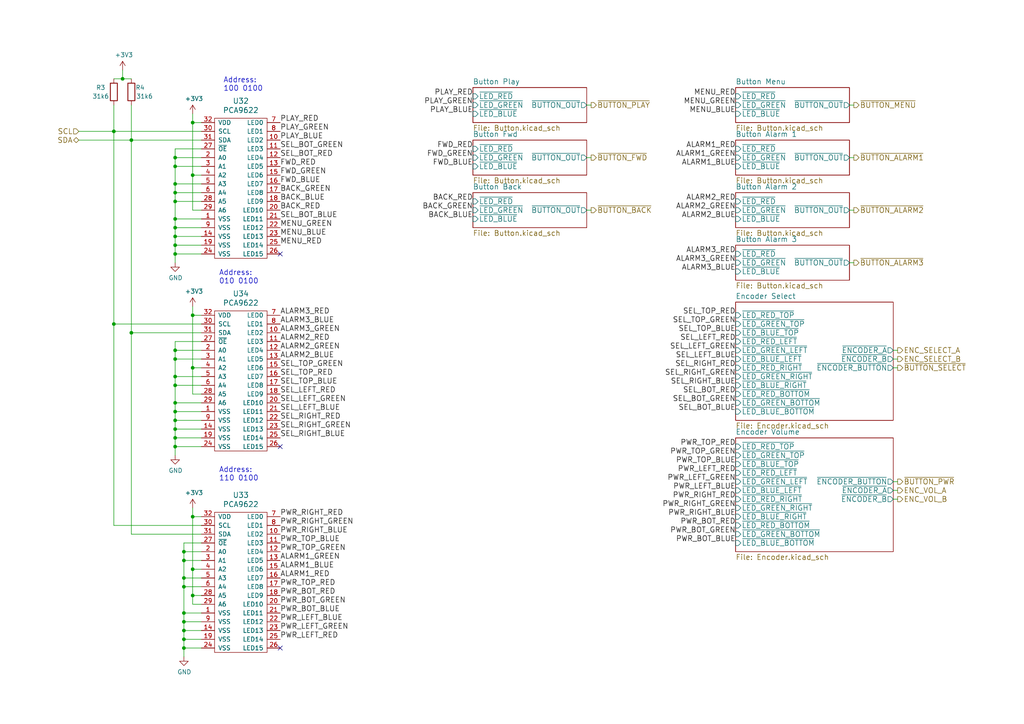
<source format=kicad_sch>
(kicad_sch (version 20211123) (generator eeschema)
  (paper "A4")
  (title_block (title "Tastenfeld") (date "2016-09-24"))
  (lib_symbols
    (symbol "Device:R" (pin_numbers hide) (pin_names (offset 0))
      (property "Reference" "R" (at 2.032 0 90))
      (property "Value" "R" (at 0 0 90))
      (symbol "R_0_1"
        (rectangle (start -1.016 -2.54) (end 1.016 2.54) (stroke (width 0.254)))
      )
      (symbol "R_1_1"
        (pin passive line (at 0 3.81 270) (length 1.27) (name "~") (number "1"))
        (pin passive line (at 0 -3.81 90) (length 1.27) (name "~") (number "2"))
      )
    )
    (symbol "Mainboard-rescue:+3V3-power" (power) (pin_names (offset 0))
      (property "Value" "+3V3-power" (at 0 3.556 0))
      (symbol "+3V3-power_0_1"
        (polyline (pts (xy -0.762 1.27) (xy 0 2.54)))
        (polyline (pts (xy 0 0) (xy 0 2.54)))
        (polyline (pts (xy 0 2.54) (xy 0.762 1.27)))
      )
      (symbol "+3V3-power_1_1"
        (pin power_in line (at 0 0 90) (length 0) hide (name "+3V3") (number "1"))
      )
    )
    (symbol "Mainboard-rescue:GND-power" (power) (pin_names (offset 0))
      (property "Value" "GND-power" (at 0 -3.81 0))
      (symbol "GND-power_0_1"
        (polyline (pts (xy 0 0) (xy 0 -1.27) (xy 1.27 -1.27) (xy 0 -2.54) (xy -1.27 -1.27) (xy 0 -1.27)))
      )
      (symbol "GND-power_1_1"
        (pin power_in line (at 0 0 270) (length 0) hide (name "GND") (number "1"))
      )
    )
    (symbol "Mainboard:PCA9622" (pin_names (offset 1.016))
      (property "Reference" "U" (at -7.62 19.05 0))
      (property "Value" "PCA9622" (at -7.62 -24.13 0))
      (symbol "PCA9622_0_1"
        (rectangle (start -7.62 17.78) (end 7.62 -22.86))
      )
      (symbol "PCA9622_1_1"
        (pin power_in line (at -11.43 -11.43 0) (length 3.81) (name "VSS") (number "1"))
        (pin open_collector line (at 11.43 11.43 180) (length 3.81) (name "LED2") (number "10"))
        (pin open_collector line (at 11.43 8.89 180) (length 3.81) (name "LED3") (number "11"))
        (pin open_collector line (at 11.43 6.35 180) (length 3.81) (name "LED4") (number "12"))
        (pin open_collector line (at 11.43 3.81 180) (length 3.81) (name "LED5") (number "13"))
        (pin power_in line (at -11.43 -16.51 0) (length 3.81) (name "VSS") (number "14"))
        (pin open_collector line (at 11.43 1.27 180) (length 3.81) (name "LED6") (number "15"))
        (pin open_collector line (at 11.43 -1.27 180) (length 3.81) (name "LED7") (number "16"))
        (pin open_collector line (at 11.43 -3.81 180) (length 3.81) (name "LED8") (number "17"))
        (pin open_collector line (at 11.43 -6.35 180) (length 3.81) (name "LED9") (number "18"))
        (pin power_in line (at -11.43 -19.05 0) (length 3.81) (name "VSS") (number "19"))
        (pin input line (at -11.43 6.35 0) (length 3.81) (name "A0") (number "2"))
        (pin open_collector line (at 11.43 -8.89 180) (length 3.81) (name "LED10") (number "20"))
        (pin open_collector line (at 11.43 -11.43 180) (length 3.81) (name "LED11") (number "21"))
        (pin open_collector line (at 11.43 -13.97 180) (length 3.81) (name "LED12") (number "22"))
        (pin open_collector line (at 11.43 -16.51 180) (length 3.81) (name "LED13") (number "23"))
        (pin power_in line (at -11.43 -21.59 0) (length 3.81) (name "VSS") (number "24"))
        (pin open_collector line (at 11.43 -19.05 180) (length 3.81) (name "LED14") (number "25"))
        (pin open_collector line (at 11.43 -21.59 180) (length 3.81) (name "LED15") (number "26"))
        (pin power_in line (at -11.43 8.89 0) (length 3.81) (name "~{OE}") (number "27"))
        (pin power_in line (at -11.43 -6.35 0) (length 3.81) (name "A5") (number "28"))
        (pin power_in line (at -11.43 -8.89 0) (length 3.81) (name "A6") (number "29"))
        (pin input line (at -11.43 3.81 0) (length 3.81) (name "A1") (number "3"))
        (pin input line (at -11.43 13.97 0) (length 3.81) (name "SCL") (number "30"))
        (pin bidirectional line (at -11.43 11.43 0) (length 3.81) (name "SDA") (number "31"))
        (pin power_in line (at -11.43 16.51 0) (length 3.81) (name "VDD") (number "32"))
        (pin input line (at -11.43 1.27 0) (length 3.81) (name "A2") (number "4"))
        (pin input line (at -11.43 -1.27 0) (length 3.81) (name "A3") (number "5"))
        (pin input line (at -11.43 -3.81 0) (length 3.81) (name "A4") (number "6"))
        (pin open_collector line (at 11.43 16.51 180) (length 3.81) (name "LED0") (number "7"))
        (pin open_collector line (at 11.43 13.97 180) (length 3.81) (name "LED1") (number "8"))
        (pin power_in line (at -11.43 -13.97 0) (length 3.81) (name "VSS") (number "9"))
      )
    )
  )
  (junction (at 50.8 53.34))
  (junction (at 53.34 162.56))
  (junction (at 50.8 109.22))
  (junction (at 50.8 116.84))
  (junction (at 53.34 170.18))
  (junction (at 55.88 35.56))
  (junction (at 53.34 187.96))
  (junction (at 50.8 101.6))
  (junction (at 55.88 165.1))
  (junction (at 53.34 185.42))
  (junction (at 50.8 48.26))
  (junction (at 55.88 172.72))
  (junction (at 50.8 111.76))
  (junction (at 53.34 167.64))
  (junction (at 50.8 104.14))
  (junction (at 53.34 160.02))
  (junction (at 50.8 58.42))
  (junction (at 33.02 38.1))
  (junction (at 55.88 106.68))
  (junction (at 50.8 55.88))
  (junction (at 35.56 22.86))
  (junction (at 53.34 180.34))
  (junction (at 50.8 124.46))
  (junction (at 53.34 182.88))
  (junction (at 50.8 73.66))
  (junction (at 50.8 119.38))
  (junction (at 55.88 149.86))
  (junction (at 55.88 50.8))
  (junction (at 38.1 40.64))
  (junction (at 50.8 68.58))
  (junction (at 50.8 45.72))
  (junction (at 50.8 71.12))
  (junction (at 50.8 121.92))
  (junction (at 55.88 91.44))
  (junction (at 50.8 129.54))
  (junction (at 50.8 127))
  (junction (at 33.02 93.98))
  (junction (at 53.34 177.8))
  (junction (at 38.1 96.52))
  (junction (at 50.8 63.5))
  (junction (at 50.8 66.04))
  (no_connect (at 81.28 129.54))
  (no_connect (at 81.28 73.66))
  (no_connect (at 81.28 187.96))
  (wire (pts (xy 58.42 43.18) (xy 50.8 43.18)))
  (wire (pts (xy 58.42 167.64) (xy 53.34 167.64)))
  (wire (pts (xy 58.42 127) (xy 50.8 127)))
  (wire (pts (xy 58.42 109.22) (xy 50.8 109.22)))
  (wire (pts (xy 58.42 66.04) (xy 50.8 66.04)))
  (wire (pts (xy 55.88 172.72) (xy 55.88 175.26)))
  (wire (pts (xy 50.8 129.54) (xy 50.8 132.08)))
  (wire (pts (xy 33.02 38.1) (xy 33.02 93.98)))
  (wire (pts (xy 58.42 68.58) (xy 50.8 68.58)))
  (wire (pts (xy 55.88 165.1) (xy 55.88 172.72)))
  (wire (pts (xy 38.1 40.64) (xy 58.42 40.64)))
  (wire (pts (xy 259.08 106.68) (xy 260.35 106.68)))
  (wire (pts (xy 33.02 152.4) (xy 58.42 152.4)))
  (wire (pts (xy 55.88 35.56) (xy 55.88 50.8)))
  (wire (pts (xy 53.34 187.96) (xy 53.34 190.5)))
  (wire (pts (xy 53.34 185.42) (xy 53.34 187.96)))
  (wire (pts (xy 259.08 104.14) (xy 260.35 104.14)))
  (wire (pts (xy 58.42 177.8) (xy 53.34 177.8)))
  (wire (pts (xy 50.8 124.46) (xy 50.8 127)))
  (wire (pts (xy 58.42 45.72) (xy 50.8 45.72)))
  (wire (pts (xy 33.02 93.98) (xy 33.02 152.4)))
  (wire (pts (xy 55.88 114.3) (xy 58.42 114.3)))
  (wire (pts (xy 53.34 160.02) (xy 53.34 162.56)))
  (wire (pts (xy 50.8 73.66) (xy 50.8 76.2)))
  (wire (pts (xy 58.42 111.76) (xy 50.8 111.76)))
  (wire (pts (xy 50.8 63.5) (xy 50.8 66.04)))
  (wire (pts (xy 55.88 149.86) (xy 58.42 149.86)))
  (wire (pts (xy 50.8 111.76) (xy 50.8 116.84)))
  (wire (pts (xy 259.08 101.6) (xy 260.35 101.6)))
  (wire (pts (xy 22.86 40.64) (xy 38.1 40.64)))
  (wire (pts (xy 58.42 182.88) (xy 53.34 182.88)))
  (wire (pts (xy 55.88 33.02) (xy 55.88 35.56)))
  (wire (pts (xy 170.18 30.48) (xy 171.45 30.48)))
  (wire (pts (xy 33.02 30.48) (xy 33.02 38.1)))
  (wire (pts (xy 58.42 170.18) (xy 53.34 170.18)))
  (wire (pts (xy 55.88 88.9) (xy 55.88 91.44)))
  (wire (pts (xy 58.42 157.48) (xy 53.34 157.48)))
  (wire (pts (xy 50.8 43.18) (xy 50.8 45.72)))
  (wire (pts (xy 50.8 53.34) (xy 50.8 55.88)))
  (wire (pts (xy 55.88 149.86) (xy 55.88 165.1)))
  (wire (pts (xy 53.34 177.8) (xy 53.34 180.34)))
  (wire (pts (xy 50.8 101.6) (xy 50.8 104.14)))
  (wire (pts (xy 50.8 48.26) (xy 50.8 53.34)))
  (wire (pts (xy 50.8 55.88) (xy 50.8 58.42)))
  (wire (pts (xy 259.08 142.24) (xy 260.35 142.24)))
  (wire (pts (xy 53.34 157.48) (xy 53.34 160.02)))
  (wire (pts (xy 53.34 170.18) (xy 53.34 177.8)))
  (wire (pts (xy 58.42 71.12) (xy 50.8 71.12)))
  (wire (pts (xy 53.34 167.64) (xy 53.34 170.18)))
  (wire (pts (xy 53.34 162.56) (xy 53.34 167.64)))
  (wire (pts (xy 246.38 30.48) (xy 247.65 30.48)))
  (wire (pts (xy 259.08 144.78) (xy 260.35 144.78)))
  (wire (pts (xy 38.1 40.64) (xy 38.1 96.52)))
  (wire (pts (xy 58.42 119.38) (xy 50.8 119.38)))
  (wire (pts (xy 58.42 124.46) (xy 50.8 124.46)))
  (wire (pts (xy 53.34 180.34) (xy 53.34 182.88)))
  (wire (pts (xy 58.42 101.6) (xy 50.8 101.6)))
  (wire (pts (xy 58.42 48.26) (xy 50.8 48.26)))
  (wire (pts (xy 55.88 106.68) (xy 58.42 106.68)))
  (wire (pts (xy 55.88 91.44) (xy 55.88 106.68)))
  (wire (pts (xy 50.8 104.14) (xy 50.8 109.22)))
  (wire (pts (xy 33.02 22.86) (xy 35.56 22.86)))
  (wire (pts (xy 53.34 187.96) (xy 58.42 187.96)))
  (wire (pts (xy 50.8 129.54) (xy 58.42 129.54)))
  (wire (pts (xy 58.42 38.1) (xy 33.02 38.1)))
  (wire (pts (xy 58.42 121.92) (xy 50.8 121.92)))
  (wire (pts (xy 58.42 53.34) (xy 50.8 53.34)))
  (wire (pts (xy 50.8 99.06) (xy 50.8 101.6)))
  (wire (pts (xy 38.1 30.48) (xy 38.1 40.64)))
  (wire (pts (xy 50.8 45.72) (xy 50.8 48.26)))
  (wire (pts (xy 58.42 104.14) (xy 50.8 104.14)))
  (wire (pts (xy 58.42 180.34) (xy 53.34 180.34)))
  (wire (pts (xy 50.8 58.42) (xy 50.8 63.5)))
  (wire (pts (xy 259.08 139.7) (xy 260.35 139.7)))
  (wire (pts (xy 58.42 58.42) (xy 50.8 58.42)))
  (wire (pts (xy 58.42 116.84) (xy 50.8 116.84)))
  (wire (pts (xy 38.1 154.94) (xy 58.42 154.94)))
  (wire (pts (xy 55.88 147.32) (xy 55.88 149.86)))
  (wire (pts (xy 50.8 73.66) (xy 58.42 73.66)))
  (wire (pts (xy 58.42 160.02) (xy 53.34 160.02)))
  (wire (pts (xy 53.34 182.88) (xy 53.34 185.42)))
  (wire (pts (xy 55.88 50.8) (xy 58.42 50.8)))
  (wire (pts (xy 55.88 91.44) (xy 58.42 91.44)))
  (wire (pts (xy 58.42 162.56) (xy 53.34 162.56)))
  (wire (pts (xy 55.88 50.8) (xy 55.88 60.96)))
  (wire (pts (xy 55.88 175.26) (xy 58.42 175.26)))
  (wire (pts (xy 58.42 185.42) (xy 53.34 185.42)))
  (wire (pts (xy 55.88 35.56) (xy 58.42 35.56)))
  (wire (pts (xy 35.56 22.86) (xy 38.1 22.86)))
  (wire (pts (xy 55.88 60.96) (xy 58.42 60.96)))
  (wire (pts (xy 50.8 127) (xy 50.8 129.54)))
  (wire (pts (xy 50.8 109.22) (xy 50.8 111.76)))
  (wire (pts (xy 38.1 96.52) (xy 58.42 96.52)))
  (wire (pts (xy 171.45 60.96) (xy 170.18 60.96)))
  (wire (pts (xy 55.88 106.68) (xy 55.88 114.3)))
  (wire (pts (xy 170.18 45.72) (xy 171.45 45.72)))
  (wire (pts (xy 50.8 119.38) (xy 50.8 121.92)))
  (wire (pts (xy 50.8 71.12) (xy 50.8 73.66)))
  (wire (pts (xy 58.42 63.5) (xy 50.8 63.5)))
  (wire (pts (xy 246.38 45.72) (xy 247.65 45.72)))
  (wire (pts (xy 50.8 66.04) (xy 50.8 68.58)))
  (wire (pts (xy 50.8 116.84) (xy 50.8 119.38)))
  (wire (pts (xy 246.38 60.96) (xy 247.65 60.96)))
  (wire (pts (xy 38.1 96.52) (xy 38.1 154.94)))
  (wire (pts (xy 55.88 172.72) (xy 58.42 172.72)))
  (wire (pts (xy 246.38 76.2) (xy 247.65 76.2)))
  (wire (pts (xy 33.02 93.98) (xy 58.42 93.98)))
  (wire (pts (xy 58.42 55.88) (xy 50.8 55.88)))
  (wire (pts (xy 58.42 99.06) (xy 50.8 99.06)))
  (wire (pts (xy 50.8 68.58) (xy 50.8 71.12)))
  (wire (pts (xy 33.02 38.1) (xy 22.86 38.1)))
  (wire (pts (xy 55.88 165.1) (xy 58.42 165.1)))
  (wire (pts (xy 50.8 121.92) (xy 50.8 124.46)))
  (wire (pts (xy 35.56 20.32) (xy 35.56 22.86)))
  (text "Address:\n110 0100" (at 63.5 139.7 0) (effects (font (size 1.524 1.524)) (justify left bottom)))
  (text "Address:\n010 0100" (at 63.5 82.55 0) (effects (font (size 1.524 1.524)) (justify left bottom)))
  (text "Address:\n100 0100" (at 64.77 26.67 0) (effects (font (size 1.524 1.524)) (justify left bottom)))
  (label "ALARM2_BLUE" (at 213.36 63.5 180) (effects (font (size 1.524 1.524))))
  (label "PWR_TOP_RED" (at 81.28 170.18 0) (effects (font (size 1.524 1.524))))
  (label "PWR_LEFT_GREEN" (at 213.36 139.7 180) (effects (font (size 1.524 1.524))))
  (label "PWR_TOP_GREEN" (at 81.28 160.02 0) (effects (font (size 1.524 1.524))))
  (label "MENU_RED" (at 81.28 71.12 0) (effects (font (size 1.524 1.524))))
  (label "FWD_GREEN" (at 81.28 50.8 0) (effects (font (size 1.524 1.524))))
  (label "PWR_BOT_BLUE" (at 213.36 157.48 180) (effects (font (size 1.524 1.524))))
  (label "SEL_LEFT_GREEN" (at 213.36 101.6 180) (effects (font (size 1.524 1.524))))
  (label "ALARM2_GREEN" (at 81.28 101.6 0) (effects (font (size 1.524 1.524))))
  (label "ALARM1_BLUE" (at 213.36 48.26 180) (effects (font (size 1.524 1.524))))
  (label "ALARM3_GREEN" (at 81.28 96.52 0) (effects (font (size 1.524 1.524))))
  (label "SEL_BOT_BLUE" (at 213.36 119.38 180) (effects (font (size 1.524 1.524))))
  (label "ALARM3_BLUE" (at 213.36 78.74 180) (effects (font (size 1.524 1.524))))
  (label "PWR_BOT_GREEN" (at 213.36 154.94 180) (effects (font (size 1.524 1.524))))
  (label "SEL_BOT_RED" (at 81.28 45.72 0) (effects (font (size 1.524 1.524))))
  (label "ALARM2_RED" (at 81.28 99.06 0) (effects (font (size 1.524 1.524))))
  (label "ALARM1_GREEN" (at 81.28 162.56 0) (effects (font (size 1.524 1.524))))
  (label "PWR_TOP_GREEN" (at 213.36 132.08 180) (effects (font (size 1.524 1.524))))
  (label "PWR_LEFT_BLUE" (at 213.36 142.24 180) (effects (font (size 1.524 1.524))))
  (label "PWR_LEFT_GREEN" (at 81.28 182.88 0) (effects (font (size 1.524 1.524))))
  (label "SEL_BOT_GREEN" (at 213.36 116.84 180) (effects (font (size 1.524 1.524))))
  (label "ALARM2_BLUE" (at 81.28 104.14 0) (effects (font (size 1.524 1.524))))
  (label "SEL_BOT_RED" (at 213.36 114.3 180) (effects (font (size 1.524 1.524))))
  (label "SEL_LEFT_RED" (at 81.28 114.3 0) (effects (font (size 1.524 1.524))))
  (label "SEL_TOP_BLUE" (at 213.36 96.52 180) (effects (font (size 1.524 1.524))))
  (label "MENU_BLUE" (at 81.28 68.58 0) (effects (font (size 1.524 1.524))))
  (label "SEL_RIGHT_BLUE" (at 81.28 127 0) (effects (font (size 1.524 1.524))))
  (label "PWR_TOP_BLUE" (at 213.36 134.62 180) (effects (font (size 1.524 1.524))))
  (label "PLAY_RED" (at 137.16 27.94 180) (effects (font (size 1.524 1.524))))
  (label "BACK_RED" (at 81.28 60.96 0) (effects (font (size 1.524 1.524))))
  (label "ALARM2_RED" (at 213.36 58.42 180) (effects (font (size 1.524 1.524))))
  (label "MENU_RED" (at 213.36 27.94 180) (effects (font (size 1.524 1.524))))
  (label "FWD_RED" (at 81.28 48.26 0) (effects (font (size 1.524 1.524))))
  (label "ALARM1_GREEN" (at 213.36 45.72 180) (effects (font (size 1.524 1.524))))
  (label "MENU_BLUE" (at 213.36 33.02 180) (effects (font (size 1.524 1.524))))
  (label "SEL_TOP_GREEN" (at 81.28 106.68 0) (effects (font (size 1.524 1.524))))
  (label "SEL_LEFT_BLUE" (at 81.28 119.38 0) (effects (font (size 1.524 1.524))))
  (label "SEL_RIGHT_RED" (at 213.36 106.68 180) (effects (font (size 1.524 1.524))))
  (label "SEL_LEFT_BLUE" (at 213.36 104.14 180) (effects (font (size 1.524 1.524))))
  (label "PWR_LEFT_RED" (at 81.28 185.42 0) (effects (font (size 1.524 1.524))))
  (label "BACK_BLUE" (at 137.16 63.5 180) (effects (font (size 1.524 1.524))))
  (label "PWR_LEFT_RED" (at 213.36 137.16 180) (effects (font (size 1.524 1.524))))
  (label "SEL_LEFT_GREEN" (at 81.28 116.84 0) (effects (font (size 1.524 1.524))))
  (label "ALARM3_RED" (at 81.28 91.44 0) (effects (font (size 1.524 1.524))))
  (label "BACK_RED" (at 137.16 58.42 180) (effects (font (size 1.524 1.524))))
  (label "SEL_RIGHT_BLUE" (at 213.36 111.76 180) (effects (font (size 1.524 1.524))))
  (label "FWD_BLUE" (at 137.16 48.26 180) (effects (font (size 1.524 1.524))))
  (label "ALARM1_RED" (at 81.28 167.64 0) (effects (font (size 1.524 1.524))))
  (label "PLAY_GREEN" (at 137.16 30.48 180) (effects (font (size 1.524 1.524))))
  (label "ALARM1_RED" (at 213.36 43.18 180) (effects (font (size 1.524 1.524))))
  (label "SEL_TOP_GREEN" (at 213.36 93.98 180) (effects (font (size 1.524 1.524))))
  (label "SEL_BOT_BLUE" (at 81.28 63.5 0) (effects (font (size 1.524 1.524))))
  (label "MENU_GREEN" (at 213.36 30.48 180) (effects (font (size 1.524 1.524))))
  (label "PLAY_BLUE" (at 137.16 33.02 180) (effects (font (size 1.524 1.524))))
  (label "BACK_GREEN" (at 81.28 55.88 0) (effects (font (size 1.524 1.524))))
  (label "SEL_TOP_RED" (at 213.36 91.44 180) (effects (font (size 1.524 1.524))))
  (label "PWR_RIGHT_RED" (at 213.36 144.78 180) (effects (font (size 1.524 1.524))))
  (label "PWR_LEFT_BLUE" (at 81.28 180.34 0) (effects (font (size 1.524 1.524))))
  (label "PLAY_RED" (at 81.28 35.56 0) (effects (font (size 1.524 1.524))))
  (label "FWD_BLUE" (at 81.28 53.34 0) (effects (font (size 1.524 1.524))))
  (label "PWR_BOT_GREEN" (at 81.28 175.26 0) (effects (font (size 1.524 1.524))))
  (label "BACK_GREEN" (at 137.16 60.96 180) (effects (font (size 1.524 1.524))))
  (label "ALARM3_RED" (at 213.36 73.66 180) (effects (font (size 1.524 1.524))))
  (label "SEL_BOT_GREEN" (at 81.28 43.18 0) (effects (font (size 1.524 1.524))))
  (label "SEL_LEFT_RED" (at 213.36 99.06 180) (effects (font (size 1.524 1.524))))
  (label "PWR_BOT_RED" (at 81.28 172.72 0) (effects (font (size 1.524 1.524))))
  (label "SEL_RIGHT_GREEN" (at 213.36 109.22 180) (effects (font (size 1.524 1.524))))
  (label "PWR_RIGHT_BLUE" (at 213.36 149.86 180) (effects (font (size 1.524 1.524))))
  (label "PWR_RIGHT_RED" (at 81.28 149.86 0) (effects (font (size 1.524 1.524))))
  (label "PWR_TOP_BLUE" (at 81.28 157.48 0) (effects (font (size 1.524 1.524))))
  (label "BACK_BLUE" (at 81.28 58.42 0) (effects (font (size 1.524 1.524))))
  (label "FWD_GREEN" (at 137.16 45.72 180) (effects (font (size 1.524 1.524))))
  (label "PLAY_GREEN" (at 81.28 38.1 0) (effects (font (size 1.524 1.524))))
  (label "PWR_RIGHT_GREEN" (at 81.28 152.4 0) (effects (font (size 1.524 1.524))))
  (label "PWR_RIGHT_BLUE" (at 81.28 154.94 0) (effects (font (size 1.524 1.524))))
  (label "ALARM1_BLUE" (at 81.28 165.1 0) (effects (font (size 1.524 1.524))))
  (label "ALARM3_BLUE" (at 81.28 93.98 0) (effects (font (size 1.524 1.524))))
  (label "PWR_BOT_RED" (at 213.36 152.4 180) (effects (font (size 1.524 1.524))))
  (label "FWD_RED" (at 137.16 43.18 180) (effects (font (size 1.524 1.524))))
  (label "SEL_TOP_RED" (at 81.28 109.22 0) (effects (font (size 1.524 1.524))))
  (label "ALARM2_GREEN" (at 213.36 60.96 180) (effects (font (size 1.524 1.524))))
  (label "PWR_BOT_BLUE" (at 81.28 177.8 0) (effects (font (size 1.524 1.524))))
  (label "SEL_TOP_BLUE" (at 81.28 111.76 0) (effects (font (size 1.524 1.524))))
  (label "SEL_RIGHT_GREEN" (at 81.28 124.46 0) (effects (font (size 1.524 1.524))))
  (label "PWR_RIGHT_GREEN" (at 213.36 147.32 180) (effects (font (size 1.524 1.524))))
  (label "ALARM3_GREEN" (at 213.36 76.2 180) (effects (font (size 1.524 1.524))))
  (label "MENU_GREEN" (at 81.28 66.04 0) (effects (font (size 1.524 1.524))))
  (label "PLAY_BLUE" (at 81.28 40.64 0) (effects (font (size 1.524 1.524))))
  (label "SEL_RIGHT_RED" (at 81.28 121.92 0) (effects (font (size 1.524 1.524))))
  (label "PWR_TOP_RED" (at 213.36 129.54 180) (effects (font (size 1.524 1.524))))
  (hierarchical_label "ENC_SELECT_A" (shape output) (at 260.35 101.6 0) (effects (font (size 1.524 1.524))))
  (hierarchical_label "SDA" (shape bidirectional) (at 22.86 40.64 180) (effects (font (size 1.524 1.524))))
  (hierarchical_label "~{BUTTON_ALARM1}" (shape output) (at 247.65 45.72 0) (effects (font (size 1.524 1.524))))
  (hierarchical_label "ENC_VOL_B" (shape output) (at 260.35 144.78 0) (effects (font (size 1.524 1.524))))
  (hierarchical_label "SCL" (shape input) (at 22.86 38.1 180) (effects (font (size 1.524 1.524))))
  (hierarchical_label "~{BUTTON_PWR}" (shape output) (at 260.35 139.7 0) (effects (font (size 1.524 1.524))))
  (hierarchical_label "~{BUTTON_SELECT}" (shape output) (at 260.35 106.68 0) (effects (font (size 1.524 1.524))))
  (hierarchical_label "~{BUTTON_MENU}" (shape output) (at 247.65 30.48 0) (effects (font (size 1.524 1.524))))
  (hierarchical_label "~{BUTTON_BACK}" (shape output) (at 171.45 60.96 0) (effects (font (size 1.524 1.524))))
  (hierarchical_label "~{BUTTON_PLAY}" (shape output) (at 171.45 30.48 0) (effects (font (size 1.524 1.524))))
  (hierarchical_label "~{BUTTON_FWD}" (shape output) (at 171.45 45.72 0) (effects (font (size 1.524 1.524))))
  (hierarchical_label "~{BUTTON_ALARM3}" (shape output) (at 247.65 76.2 0) (effects (font (size 1.524 1.524))))
  (hierarchical_label "ENC_VOL_A" (shape output) (at 260.35 142.24 0) (effects (font (size 1.524 1.524))))
  (hierarchical_label "ENC_SELECT_B" (shape output) (at 260.35 104.14 0) (effects (font (size 1.524 1.524))))
  (hierarchical_label "~{BUTTON_ALARM2}" (shape output) (at 247.65 60.96 0) (effects (font (size 1.524 1.524))))
  (symbol (lib_id "Device:R") (at 33.02 26.67 0) (unit 1)
    (property "Reference" "R3" (at 29.21 25.4 0))
    (property "Value" "31k6" (at 29.21 27.94 0))
    (property "Footprint" "Resistors_SMD:R_0603_HandSoldering" (effects hide))
    (property "Manufacturer" "Value" (effects hide))
    (property "Type" "Value" (effects hide))
    (property "Source" "Farnell" (effects hide))
    (property "Order Number" "Value" (effects hide))
  )
  (symbol (lib_id "Device:R") (at 38.1 26.67 0) (unit 1)
    (property "Reference" "R4" (at 40.64 25.4 0))
    (property "Value" "31k6" (at 41.91 27.94 0))
    (property "Footprint" "Resistors_SMD:R_0603_HandSoldering" (effects hide))
    (property "Manufacturer" "Value" (effects hide))
    (property "Type" "Value" (effects hide))
    (property "Source" "Farnell" (effects hide))
    (property "Order Number" "Value" (effects hide))
  )
  (symbol (lib_id "Mainboard:PCA9622") (at 69.85 166.37 0) (unit 1)
    (property "Reference" "U33" (at 69.85 143.5862 0) (effects (font (size 1.524 1.524))))
    (property "Value" "PCA9622" (at 69.85 146.2786 0) (effects (font (size 1.524 1.524))))
    (property "Footprint" "Housings_SSOP:TSSOP-32_6.1x11mm_Pitch0.65mm" (effects hide))
    (property "Manufacturer" "NXP" (effects hide))
    (property "Type" "PCA9622DR" (effects hide))
    (property "Source" "Farnell" (effects hide))
    (property "Order Number" "1854075" (effects hide))
  )
  (symbol (lib_id "Mainboard-rescue:GND-power") (at 53.34 190.5 0) (unit 1)
    (property "Reference" "#PWR0286" (effects hide))
    (property "Value" "GND" (at 53.467 194.8942 0))
  )
  (symbol (lib_id "Mainboard-rescue:+3V3-power") (at 55.88 147.32 0) (unit 1)
    (property "Reference" "#PWR0287" (effects hide))
    (property "Value" "+3V3" (at 56.261 142.9258 0))
  )
  (symbol (lib_id "Mainboard:PCA9622") (at 69.85 52.07 0) (unit 1)
    (property "Reference" "U32" (at 69.85 29.2862 0) (effects (font (size 1.524 1.524))))
    (property "Value" "PCA9622" (at 69.85 31.9786 0) (effects (font (size 1.524 1.524))))
    (property "Footprint" "Housings_SSOP:TSSOP-32_6.1x11mm_Pitch0.65mm" (effects hide))
    (property "Manufacturer" "NXP" (effects hide))
    (property "Type" "PCA9622DR" (effects hide))
    (property "Source" "Farnell" (effects hide))
    (property "Order Number" "1854075" (effects hide))
  )
  (symbol (lib_id "Mainboard-rescue:+3V3-power") (at 55.88 33.02 0) (unit 1)
    (property "Reference" "#PWR0288" (effects hide))
    (property "Value" "+3V3" (at 56.261 28.6258 0))
  )
  (symbol (lib_id "Mainboard-rescue:GND-power") (at 50.8 76.2 0) (unit 1)
    (property "Reference" "#PWR0289" (effects hide))
    (property "Value" "GND" (at 50.927 80.5942 0))
  )
  (symbol (lib_id "Mainboard-rescue:+3V3-power") (at 35.56 20.32 0) (unit 1)
    (property "Reference" "#PWR0290" (effects hide))
    (property "Value" "+3V3" (at 35.941 15.9258 0))
  )
  (symbol (lib_id "Mainboard:PCA9622") (at 69.85 107.95 0) (unit 1)
    (property "Reference" "U34" (at 69.85 85.1662 0) (effects (font (size 1.524 1.524))))
    (property "Value" "PCA9622" (at 69.85 87.8586 0) (effects (font (size 1.524 1.524))))
    (property "Footprint" "Housings_SSOP:TSSOP-32_6.1x11mm_Pitch0.65mm" (effects hide))
    (property "Manufacturer" "NXP" (effects hide))
    (property "Type" "PCA9622DR" (effects hide))
    (property "Source" "Farnell" (effects hide))
    (property "Order Number" "1854075" (effects hide))
  )
  (symbol (lib_id "Mainboard-rescue:+3V3-power") (at 55.88 88.9 0) (unit 1)
    (property "Reference" "#PWR0291" (effects hide))
    (property "Value" "+3V3" (at 56.261 84.5058 0))
  )
  (symbol (lib_id "Mainboard-rescue:GND-power") (at 50.8 132.08 0) (unit 1)
    (property "Reference" "#PWR0292" (effects hide))
    (property "Value" "GND" (at 50.927 136.4742 0))
  )
  (sheet (at 137.16 55.88) (size 33.02 10.16)
    (property "Sheet name" "Button Back" (at 137.16 55.0414 0) (effects (font (size 1.524 1.524)) (justify left bottom)))
    (property "Sheet file" "Button.kicad_sch" (at 137.16 66.7262 0) (effects (font (size 1.524 1.524)) (justify left top)))
    (pin "~{BUTTON_OUT}" output (at 170.18 60.96 0) (effects (font (size 1.524 1.524))))
    (pin "~{LED_RED}" input (at 137.16 58.42 180) (effects (font (size 1.524 1.524))))
    (pin "~{LED_GREEN}" input (at 137.16 60.96 180) (effects (font (size 1.524 1.524))))
    (pin "~{LED_BLUE}" input (at 137.16 63.5 180) (effects (font (size 1.524 1.524))))
  )
  (sheet (at 137.16 40.64) (size 33.02 10.16)
    (property "Sheet name" "Button Fwd" (at 137.16 39.8014 0) (effects (font (size 1.524 1.524)) (justify left bottom)))
    (property "Sheet file" "Button.kicad_sch" (at 137.16 51.4862 0) (effects (font (size 1.524 1.524)) (justify left top)))
    (pin "~{BUTTON_OUT}" output (at 170.18 45.72 0) (effects (font (size 1.524 1.524))))
    (pin "~{LED_RED}" input (at 137.16 43.18 180) (effects (font (size 1.524 1.524))))
    (pin "~{LED_GREEN}" input (at 137.16 45.72 180) (effects (font (size 1.524 1.524))))
    (pin "~{LED_BLUE}" input (at 137.16 48.26 180) (effects (font (size 1.524 1.524))))
  )
  (sheet (at 213.36 25.4) (size 33.02 10.16)
    (property "Sheet name" "Button Menu" (at 213.36 24.5614 0) (effects (font (size 1.524 1.524)) (justify left bottom)))
    (property "Sheet file" "Button.kicad_sch" (at 213.36 36.2462 0) (effects (font (size 1.524 1.524)) (justify left top)))
    (pin "~{BUTTON_OUT}" output (at 246.38 30.48 0) (effects (font (size 1.524 1.524))))
    (pin "~{LED_RED}" input (at 213.36 27.94 180) (effects (font (size 1.524 1.524))))
    (pin "~{LED_GREEN}" input (at 213.36 30.48 180) (effects (font (size 1.524 1.524))))
    (pin "~{LED_BLUE}" input (at 213.36 33.02 180) (effects (font (size 1.524 1.524))))
  )
  (sheet (at 213.36 40.64) (size 33.02 10.16)
    (property "Sheet name" "Button Alarm 1" (at 213.36 39.8014 0) (effects (font (size 1.524 1.524)) (justify left bottom)))
    (property "Sheet file" "Button.kicad_sch" (at 213.36 51.4862 0) (effects (font (size 1.524 1.524)) (justify left top)))
    (pin "~{BUTTON_OUT}" output (at 246.38 45.72 0) (effects (font (size 1.524 1.524))))
    (pin "~{LED_RED}" input (at 213.36 43.18 180) (effects (font (size 1.524 1.524))))
    (pin "~{LED_GREEN}" input (at 213.36 45.72 180) (effects (font (size 1.524 1.524))))
    (pin "~{LED_BLUE}" input (at 213.36 48.26 180) (effects (font (size 1.524 1.524))))
  )
  (sheet (at 213.36 55.88) (size 33.02 10.16)
    (property "Sheet name" "Button Alarm 2" (at 213.36 55.0414 0) (effects (font (size 1.524 1.524)) (justify left bottom)))
    (property "Sheet file" "Button.kicad_sch" (at 213.36 66.7262 0) (effects (font (size 1.524 1.524)) (justify left top)))
    (pin "~{BUTTON_OUT}" output (at 246.38 60.96 0) (effects (font (size 1.524 1.524))))
    (pin "~{LED_RED}" input (at 213.36 58.42 180) (effects (font (size 1.524 1.524))))
    (pin "~{LED_GREEN}" input (at 213.36 60.96 180) (effects (font (size 1.524 1.524))))
    (pin "~{LED_BLUE}" input (at 213.36 63.5 180) (effects (font (size 1.524 1.524))))
  )
  (sheet (at 213.36 71.12) (size 33.02 10.16)
    (property "Sheet name" "Button Alarm 3" (at 213.36 70.2814 0) (effects (font (size 1.524 1.524)) (justify left bottom)))
    (property "Sheet file" "Button.kicad_sch" (at 213.36 81.9662 0) (effects (font (size 1.524 1.524)) (justify left top)))
    (pin "~{BUTTON_OUT}" output (at 246.38 76.2 0) (effects (font (size 1.524 1.524))))
    (pin "~{LED_RED}" input (at 213.36 73.66 180) (effects (font (size 1.524 1.524))))
    (pin "~{LED_GREEN}" input (at 213.36 76.2 180) (effects (font (size 1.524 1.524))))
    (pin "~{LED_BLUE}" input (at 213.36 78.74 180) (effects (font (size 1.524 1.524))))
  )
  (sheet (at 137.16 25.4) (size 33.02 10.16)
    (property "Sheet name" "Button Play" (at 137.16 24.5614 0) (effects (font (size 1.524 1.524)) (justify left bottom)))
    (property "Sheet file" "Button.kicad_sch" (at 137.16 36.2462 0) (effects (font (size 1.524 1.524)) (justify left top)))
    (pin "~{BUTTON_OUT}" output (at 170.18 30.48 0) (effects (font (size 1.524 1.524))))
    (pin "~{LED_RED}" input (at 137.16 27.94 180) (effects (font (size 1.524 1.524))))
    (pin "~{LED_GREEN}" input (at 137.16 30.48 180) (effects (font (size 1.524 1.524))))
    (pin "~{LED_BLUE}" input (at 137.16 33.02 180) (effects (font (size 1.524 1.524))))
  )
  (sheet (at 213.36 87.63) (size 45.72 34.29)
    (property "Sheet name" "Encoder Select" (at 213.36 86.7914 0) (effects (font (size 1.524 1.524)) (justify left bottom)))
    (property "Sheet file" "Encoder.kicad_sch" (at 213.36 122.6062 0) (effects (font (size 1.524 1.524)) (justify left top)))
    (pin "~{ENCODER_BUTTON}" output (at 259.08 106.68 0) (effects (font (size 1.524 1.524))))
    (pin "~{ENCODER_A}" output (at 259.08 101.6 0) (effects (font (size 1.524 1.524))))
    (pin "~{ENCODER_B}" output (at 259.08 104.14 0) (effects (font (size 1.524 1.524))))
    (pin "~{LED_RED_TOP}" input (at 213.36 91.44 180) (effects (font (size 1.524 1.524))))
    (pin "~{LED_GREEN_TOP}" input (at 213.36 93.98 180) (effects (font (size 1.524 1.524))))
    (pin "~{LED_BLUE_TOP}" input (at 213.36 96.52 180) (effects (font (size 1.524 1.524))))
    (pin "~{LED_RED_LEFT}" input (at 213.36 99.06 180) (effects (font (size 1.524 1.524))))
    (pin "~{LED_GREEN_LEFT}" input (at 213.36 101.6 180) (effects (font (size 1.524 1.524))))
    (pin "~{LED_BLUE_LEFT}" input (at 213.36 104.14 180) (effects (font (size 1.524 1.524))))
    (pin "~{LED_RED_RIGHT}" input (at 213.36 106.68 180) (effects (font (size 1.524 1.524))))
    (pin "~{LED_GREEN_RIGHT}" input (at 213.36 109.22 180) (effects (font (size 1.524 1.524))))
    (pin "~{LED_BLUE_RIGHT}" input (at 213.36 111.76 180) (effects (font (size 1.524 1.524))))
    (pin "~{LED_RED_BOTTOM}" input (at 213.36 114.3 180) (effects (font (size 1.524 1.524))))
    (pin "~{LED_GREEN_BOTTOM}" input (at 213.36 116.84 180) (effects (font (size 1.524 1.524))))
    (pin "~{LED_BLUE_BOTTOM}" input (at 213.36 119.38 180) (effects (font (size 1.524 1.524))))
  )
  (sheet (at 213.36 127) (size 45.72 33.02)
    (property "Sheet name" "Encoder Volume" (at 213.36 126.1614 0) (effects (font (size 1.524 1.524)) (justify left bottom)))
    (property "Sheet file" "Encoder.kicad_sch" (at 213.36 160.7062 0) (effects (font (size 1.524 1.524)) (justify left top)))
    (pin "~{ENCODER_BUTTON}" output (at 259.08 139.7 0) (effects (font (size 1.524 1.524))))
    (pin "~{ENCODER_A}" output (at 259.08 142.24 0) (effects (font (size 1.524 1.524))))
    (pin "~{ENCODER_B}" output (at 259.08 144.78 0) (effects (font (size 1.524 1.524))))
    (pin "~{LED_RED_TOP}" input (at 213.36 129.54 180) (effects (font (size 1.524 1.524))))
    (pin "~{LED_GREEN_TOP}" input (at 213.36 132.08 180) (effects (font (size 1.524 1.524))))
    (pin "~{LED_BLUE_TOP}" input (at 213.36 134.62 180) (effects (font (size 1.524 1.524))))
    (pin "~{LED_RED_LEFT}" input (at 213.36 137.16 180) (effects (font (size 1.524 1.524))))
    (pin "~{LED_GREEN_LEFT}" input (at 213.36 139.7 180) (effects (font (size 1.524 1.524))))
    (pin "~{LED_BLUE_LEFT}" input (at 213.36 142.24 180) (effects (font (size 1.524 1.524))))
    (pin "~{LED_RED_RIGHT}" input (at 213.36 144.78 180) (effects (font (size 1.524 1.524))))
    (pin "~{LED_GREEN_RIGHT}" input (at 213.36 147.32 180) (effects (font (size 1.524 1.524))))
    (pin "~{LED_BLUE_RIGHT}" input (at 213.36 149.86 180) (effects (font (size 1.524 1.524))))
    (pin "~{LED_RED_BOTTOM}" input (at 213.36 152.4 180) (effects (font (size 1.524 1.524))))
    (pin "~{LED_GREEN_BOTTOM}" input (at 213.36 154.94 180) (effects (font (size 1.524 1.524))))
    (pin "~{LED_BLUE_BOTTOM}" input (at 213.36 157.48 180) (effects (font (size 1.524 1.524))))
  )
)
</source>
